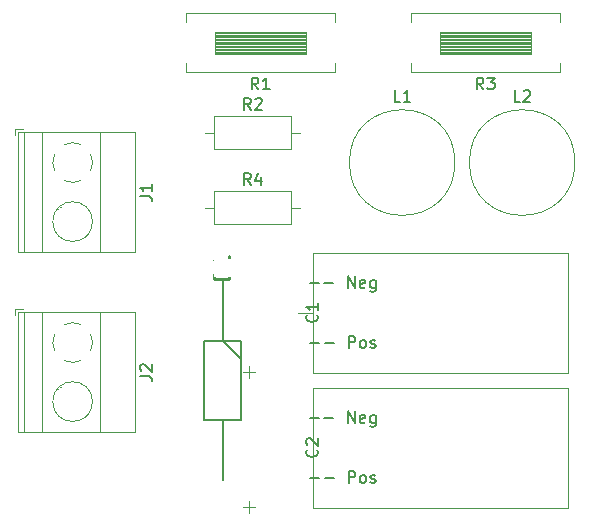
<source format=gto>
G04 #@! TF.GenerationSoftware,KiCad,Pcbnew,(5.1.9-0-10_14)*
G04 #@! TF.CreationDate,2021-05-14T14:16:07+02:00*
G04 #@! TF.ProjectId,PreAmp_SMPS_Filter,50726541-6d70-45f5-934d-50535f46696c,1.0*
G04 #@! TF.SameCoordinates,Original*
G04 #@! TF.FileFunction,Legend,Top*
G04 #@! TF.FilePolarity,Positive*
%FSLAX46Y46*%
G04 Gerber Fmt 4.6, Leading zero omitted, Abs format (unit mm)*
G04 Created by KiCad (PCBNEW (5.1.9-0-10_14)) date 2021-05-14 14:16:07*
%MOMM*%
%LPD*%
G01*
G04 APERTURE LIST*
%ADD10C,0.150000*%
%ADD11C,0.120000*%
%ADD12C,0.200000*%
%ADD13C,0.254000*%
%ADD14C,2.000000*%
%ADD15R,2.000000X2.000000*%
%ADD16C,6.400000*%
%ADD17C,0.800000*%
%ADD18C,2.600000*%
%ADD19R,2.600000X2.600000*%
%ADD20R,1.575000X1.575000*%
%ADD21C,1.575000*%
%ADD22C,3.000000*%
%ADD23O,3.000000X3.000000*%
%ADD24C,1.600000*%
%ADD25O,1.600000X1.600000*%
G04 APERTURE END LIST*
D10*
X83621904Y-64841428D02*
X84383809Y-64841428D01*
X84860000Y-64841428D02*
X85621904Y-64841428D01*
X86860000Y-65222380D02*
X86860000Y-64222380D01*
X87240952Y-64222380D01*
X87336190Y-64270000D01*
X87383809Y-64317619D01*
X87431428Y-64412857D01*
X87431428Y-64555714D01*
X87383809Y-64650952D01*
X87336190Y-64698571D01*
X87240952Y-64746190D01*
X86860000Y-64746190D01*
X88002857Y-65222380D02*
X87907619Y-65174761D01*
X87860000Y-65127142D01*
X87812380Y-65031904D01*
X87812380Y-64746190D01*
X87860000Y-64650952D01*
X87907619Y-64603333D01*
X88002857Y-64555714D01*
X88145714Y-64555714D01*
X88240952Y-64603333D01*
X88288571Y-64650952D01*
X88336190Y-64746190D01*
X88336190Y-65031904D01*
X88288571Y-65127142D01*
X88240952Y-65174761D01*
X88145714Y-65222380D01*
X88002857Y-65222380D01*
X88717142Y-65174761D02*
X88812380Y-65222380D01*
X89002857Y-65222380D01*
X89098095Y-65174761D01*
X89145714Y-65079523D01*
X89145714Y-65031904D01*
X89098095Y-64936666D01*
X89002857Y-64889047D01*
X88860000Y-64889047D01*
X88764761Y-64841428D01*
X88717142Y-64746190D01*
X88717142Y-64698571D01*
X88764761Y-64603333D01*
X88860000Y-64555714D01*
X89002857Y-64555714D01*
X89098095Y-64603333D01*
X83574285Y-59761428D02*
X84336190Y-59761428D01*
X84812380Y-59761428D02*
X85574285Y-59761428D01*
X86812380Y-60142380D02*
X86812380Y-59142380D01*
X87383809Y-60142380D01*
X87383809Y-59142380D01*
X88240952Y-60094761D02*
X88145714Y-60142380D01*
X87955238Y-60142380D01*
X87860000Y-60094761D01*
X87812380Y-59999523D01*
X87812380Y-59618571D01*
X87860000Y-59523333D01*
X87955238Y-59475714D01*
X88145714Y-59475714D01*
X88240952Y-59523333D01*
X88288571Y-59618571D01*
X88288571Y-59713809D01*
X87812380Y-59809047D01*
X89145714Y-59475714D02*
X89145714Y-60285238D01*
X89098095Y-60380476D01*
X89050476Y-60428095D01*
X88955238Y-60475714D01*
X88812380Y-60475714D01*
X88717142Y-60428095D01*
X89145714Y-60094761D02*
X89050476Y-60142380D01*
X88860000Y-60142380D01*
X88764761Y-60094761D01*
X88717142Y-60047142D01*
X88669523Y-59951904D01*
X88669523Y-59666190D01*
X88717142Y-59570952D01*
X88764761Y-59523333D01*
X88860000Y-59475714D01*
X89050476Y-59475714D01*
X89145714Y-59523333D01*
X83574285Y-71191428D02*
X84336190Y-71191428D01*
X84812380Y-71191428D02*
X85574285Y-71191428D01*
X86812380Y-71572380D02*
X86812380Y-70572380D01*
X87383809Y-71572380D01*
X87383809Y-70572380D01*
X88240952Y-71524761D02*
X88145714Y-71572380D01*
X87955238Y-71572380D01*
X87860000Y-71524761D01*
X87812380Y-71429523D01*
X87812380Y-71048571D01*
X87860000Y-70953333D01*
X87955238Y-70905714D01*
X88145714Y-70905714D01*
X88240952Y-70953333D01*
X88288571Y-71048571D01*
X88288571Y-71143809D01*
X87812380Y-71239047D01*
X89145714Y-70905714D02*
X89145714Y-71715238D01*
X89098095Y-71810476D01*
X89050476Y-71858095D01*
X88955238Y-71905714D01*
X88812380Y-71905714D01*
X88717142Y-71858095D01*
X89145714Y-71524761D02*
X89050476Y-71572380D01*
X88860000Y-71572380D01*
X88764761Y-71524761D01*
X88717142Y-71477142D01*
X88669523Y-71381904D01*
X88669523Y-71096190D01*
X88717142Y-71000952D01*
X88764761Y-70953333D01*
X88860000Y-70905714D01*
X89050476Y-70905714D01*
X89145714Y-70953333D01*
X83621904Y-76271428D02*
X84383809Y-76271428D01*
X84860000Y-76271428D02*
X85621904Y-76271428D01*
X86860000Y-76652380D02*
X86860000Y-75652380D01*
X87240952Y-75652380D01*
X87336190Y-75700000D01*
X87383809Y-75747619D01*
X87431428Y-75842857D01*
X87431428Y-75985714D01*
X87383809Y-76080952D01*
X87336190Y-76128571D01*
X87240952Y-76176190D01*
X86860000Y-76176190D01*
X88002857Y-76652380D02*
X87907619Y-76604761D01*
X87860000Y-76557142D01*
X87812380Y-76461904D01*
X87812380Y-76176190D01*
X87860000Y-76080952D01*
X87907619Y-76033333D01*
X88002857Y-75985714D01*
X88145714Y-75985714D01*
X88240952Y-76033333D01*
X88288571Y-76080952D01*
X88336190Y-76176190D01*
X88336190Y-76461904D01*
X88288571Y-76557142D01*
X88240952Y-76604761D01*
X88145714Y-76652380D01*
X88002857Y-76652380D01*
X88717142Y-76604761D02*
X88812380Y-76652380D01*
X89002857Y-76652380D01*
X89098095Y-76604761D01*
X89145714Y-76509523D01*
X89145714Y-76461904D01*
X89098095Y-76366666D01*
X89002857Y-76319047D01*
X88860000Y-76319047D01*
X88764761Y-76271428D01*
X88717142Y-76176190D01*
X88717142Y-76128571D01*
X88764761Y-76033333D01*
X88860000Y-75985714D01*
X89002857Y-75985714D01*
X89098095Y-76033333D01*
D11*
X83820000Y-57150000D02*
X83820000Y-67310000D01*
X105410000Y-57150000D02*
X83820000Y-57150000D01*
X105410000Y-67310000D02*
X105410000Y-57150000D01*
X83820000Y-67310000D02*
X105410000Y-67310000D01*
X105410000Y-68580000D02*
X83820000Y-68580000D01*
X105410000Y-78740000D02*
X105410000Y-68580000D01*
X83820000Y-78740000D02*
X105410000Y-78740000D01*
X83820000Y-68580000D02*
X83820000Y-78740000D01*
X82550000Y-62230000D02*
X83820000Y-62230000D01*
X78405000Y-79179646D02*
X78405000Y-78179646D01*
X77905000Y-78679646D02*
X78905000Y-78679646D01*
X78405000Y-67749646D02*
X78405000Y-66749646D01*
X77905000Y-67249646D02*
X78905000Y-67249646D01*
X106030000Y-49530000D02*
G75*
G03*
X106030000Y-49530000I-4470000J0D01*
G01*
X58600000Y-46730000D02*
X58600000Y-47230000D01*
X59340000Y-46730000D02*
X58600000Y-46730000D01*
X62477000Y-53303000D02*
X62431000Y-53256000D01*
X64775000Y-55600000D02*
X64739000Y-55565000D01*
X62261000Y-53496000D02*
X62226000Y-53461000D01*
X64569000Y-55805000D02*
X64523000Y-55758000D01*
X68761000Y-57090000D02*
X58840000Y-57090000D01*
X68761000Y-46970000D02*
X58840000Y-46970000D01*
X58840000Y-46970000D02*
X58840000Y-57090000D01*
X68761000Y-46970000D02*
X68761000Y-57090000D01*
X65801000Y-46970000D02*
X65801000Y-57090000D01*
X60900000Y-46970000D02*
X60900000Y-57090000D01*
X59400000Y-46970000D02*
X59400000Y-57090000D01*
X65180000Y-54530000D02*
G75*
G03*
X65180000Y-54530000I-1680000J0D01*
G01*
X61965244Y-50213318D02*
G75*
G02*
X61820000Y-49530000I1534756J683318D01*
G01*
X64183042Y-51065426D02*
G75*
G02*
X62816000Y-51065000I-683042J1535426D01*
G01*
X65035426Y-48846958D02*
G75*
G02*
X65035000Y-50214000I-1535426J-683042D01*
G01*
X62816958Y-47994574D02*
G75*
G02*
X64184000Y-47995000I683042J-1535426D01*
G01*
X61819747Y-49558805D02*
G75*
G02*
X61965000Y-48846000I1680253J28805D01*
G01*
D12*
X77750000Y-64620000D02*
X77750000Y-71320000D01*
X77750000Y-71320000D02*
X74650000Y-71320000D01*
X74650000Y-71320000D02*
X74650000Y-64620000D01*
X74650000Y-64620000D02*
X77750000Y-64620000D01*
X76200000Y-64620000D02*
X77750000Y-66170000D01*
X76200000Y-59558000D02*
X76200000Y-64620000D01*
X76200000Y-71320000D02*
X76200000Y-76382000D01*
D11*
X65180000Y-69770000D02*
G75*
G03*
X65180000Y-69770000I-1680000J0D01*
G01*
X59400000Y-62210000D02*
X59400000Y-72330000D01*
X60900000Y-62210000D02*
X60900000Y-72330000D01*
X65801000Y-62210000D02*
X65801000Y-72330000D01*
X68761000Y-62210000D02*
X68761000Y-72330000D01*
X58840000Y-62210000D02*
X58840000Y-72330000D01*
X68761000Y-62210000D02*
X58840000Y-62210000D01*
X68761000Y-72330000D02*
X58840000Y-72330000D01*
X64569000Y-71045000D02*
X64523000Y-70998000D01*
X62261000Y-68736000D02*
X62226000Y-68701000D01*
X64775000Y-70840000D02*
X64739000Y-70805000D01*
X62477000Y-68543000D02*
X62431000Y-68496000D01*
X59340000Y-61970000D02*
X58600000Y-61970000D01*
X58600000Y-61970000D02*
X58600000Y-62470000D01*
X61819747Y-64798805D02*
G75*
G02*
X61965000Y-64086000I1680253J28805D01*
G01*
X62816958Y-63234574D02*
G75*
G02*
X64184000Y-63235000I683042J-1535426D01*
G01*
X65035426Y-64086958D02*
G75*
G02*
X65035000Y-65454000I-1535426J-683042D01*
G01*
X64183042Y-66305426D02*
G75*
G02*
X62816000Y-66305000I-683042J1535426D01*
G01*
X61965244Y-65453318D02*
G75*
G02*
X61820000Y-64770000I1534756J683318D01*
G01*
X95870000Y-49530000D02*
G75*
G03*
X95870000Y-49530000I-4470000J0D01*
G01*
X75550000Y-40370000D02*
X75550000Y-38450000D01*
X83230000Y-40370000D02*
X83230000Y-38450000D01*
X83230000Y-38450000D02*
X75550000Y-38450000D01*
X83230000Y-38570000D02*
X75550000Y-38570000D01*
X83230000Y-38690000D02*
X75550000Y-38690000D01*
X83230000Y-38810000D02*
X75550000Y-38810000D01*
X83230000Y-38930000D02*
X75550000Y-38930000D01*
X83230000Y-39050000D02*
X75550000Y-39050000D01*
X83230000Y-39170000D02*
X75550000Y-39170000D01*
X83230000Y-39290000D02*
X75550000Y-39290000D01*
X83230000Y-39410000D02*
X75550000Y-39410000D01*
X83230000Y-39530000D02*
X75550000Y-39530000D01*
X83230000Y-39650000D02*
X75550000Y-39650000D01*
X83230000Y-39770000D02*
X75550000Y-39770000D01*
X83230000Y-39890000D02*
X75550000Y-39890000D01*
X83230000Y-40010000D02*
X75550000Y-40010000D01*
X83230000Y-40130000D02*
X75550000Y-40130000D01*
X83230000Y-40250000D02*
X75550000Y-40250000D01*
X83230000Y-40370000D02*
X75550000Y-40370000D01*
X73070000Y-36850000D02*
X73070000Y-37630000D01*
X85710000Y-36850000D02*
X73070000Y-36850000D01*
X85710000Y-37630000D02*
X85710000Y-36850000D01*
X73070000Y-41890000D02*
X73070000Y-41110000D01*
X85710000Y-41890000D02*
X73070000Y-41890000D01*
X85710000Y-41110000D02*
X85710000Y-41890000D01*
X82780000Y-46990000D02*
X82010000Y-46990000D01*
X74700000Y-46990000D02*
X75470000Y-46990000D01*
X82010000Y-45620000D02*
X75470000Y-45620000D01*
X82010000Y-48360000D02*
X82010000Y-45620000D01*
X75470000Y-48360000D02*
X82010000Y-48360000D01*
X75470000Y-45620000D02*
X75470000Y-48360000D01*
X104760000Y-41110000D02*
X104760000Y-41890000D01*
X104760000Y-41890000D02*
X92120000Y-41890000D01*
X92120000Y-41890000D02*
X92120000Y-41110000D01*
X104760000Y-37630000D02*
X104760000Y-36850000D01*
X104760000Y-36850000D02*
X92120000Y-36850000D01*
X92120000Y-36850000D02*
X92120000Y-37630000D01*
X102280000Y-40370000D02*
X94600000Y-40370000D01*
X102280000Y-40250000D02*
X94600000Y-40250000D01*
X102280000Y-40130000D02*
X94600000Y-40130000D01*
X102280000Y-40010000D02*
X94600000Y-40010000D01*
X102280000Y-39890000D02*
X94600000Y-39890000D01*
X102280000Y-39770000D02*
X94600000Y-39770000D01*
X102280000Y-39650000D02*
X94600000Y-39650000D01*
X102280000Y-39530000D02*
X94600000Y-39530000D01*
X102280000Y-39410000D02*
X94600000Y-39410000D01*
X102280000Y-39290000D02*
X94600000Y-39290000D01*
X102280000Y-39170000D02*
X94600000Y-39170000D01*
X102280000Y-39050000D02*
X94600000Y-39050000D01*
X102280000Y-38930000D02*
X94600000Y-38930000D01*
X102280000Y-38810000D02*
X94600000Y-38810000D01*
X102280000Y-38690000D02*
X94600000Y-38690000D01*
X102280000Y-38570000D02*
X94600000Y-38570000D01*
X102280000Y-38450000D02*
X94600000Y-38450000D01*
X102280000Y-40370000D02*
X102280000Y-38450000D01*
X94600000Y-40370000D02*
X94600000Y-38450000D01*
X75470000Y-51970000D02*
X75470000Y-54710000D01*
X75470000Y-54710000D02*
X82010000Y-54710000D01*
X82010000Y-54710000D02*
X82010000Y-51970000D01*
X82010000Y-51970000D02*
X75470000Y-51970000D01*
X74700000Y-53340000D02*
X75470000Y-53340000D01*
X82780000Y-53340000D02*
X82010000Y-53340000D01*
D10*
X84177142Y-73826666D02*
X84224761Y-73874285D01*
X84272380Y-74017142D01*
X84272380Y-74112380D01*
X84224761Y-74255238D01*
X84129523Y-74350476D01*
X84034285Y-74398095D01*
X83843809Y-74445714D01*
X83700952Y-74445714D01*
X83510476Y-74398095D01*
X83415238Y-74350476D01*
X83320000Y-74255238D01*
X83272380Y-74112380D01*
X83272380Y-74017142D01*
X83320000Y-73874285D01*
X83367619Y-73826666D01*
X83367619Y-73445714D02*
X83320000Y-73398095D01*
X83272380Y-73302857D01*
X83272380Y-73064761D01*
X83320000Y-72969523D01*
X83367619Y-72921904D01*
X83462857Y-72874285D01*
X83558095Y-72874285D01*
X83700952Y-72921904D01*
X84272380Y-73493333D01*
X84272380Y-72874285D01*
X84177142Y-62396666D02*
X84224761Y-62444285D01*
X84272380Y-62587142D01*
X84272380Y-62682380D01*
X84224761Y-62825238D01*
X84129523Y-62920476D01*
X84034285Y-62968095D01*
X83843809Y-63015714D01*
X83700952Y-63015714D01*
X83510476Y-62968095D01*
X83415238Y-62920476D01*
X83320000Y-62825238D01*
X83272380Y-62682380D01*
X83272380Y-62587142D01*
X83320000Y-62444285D01*
X83367619Y-62396666D01*
X84272380Y-61444285D02*
X84272380Y-62015714D01*
X84272380Y-61730000D02*
X83272380Y-61730000D01*
X83415238Y-61825238D01*
X83510476Y-61920476D01*
X83558095Y-62015714D01*
X101393333Y-44382380D02*
X100917142Y-44382380D01*
X100917142Y-43382380D01*
X101679047Y-43477619D02*
X101726666Y-43430000D01*
X101821904Y-43382380D01*
X102060000Y-43382380D01*
X102155238Y-43430000D01*
X102202857Y-43477619D01*
X102250476Y-43572857D01*
X102250476Y-43668095D01*
X102202857Y-43810952D01*
X101631428Y-44382380D01*
X102250476Y-44382380D01*
X69212380Y-52363333D02*
X69926666Y-52363333D01*
X70069523Y-52410952D01*
X70164761Y-52506190D01*
X70212380Y-52649047D01*
X70212380Y-52744285D01*
X70212380Y-51363333D02*
X70212380Y-51934761D01*
X70212380Y-51649047D02*
X69212380Y-51649047D01*
X69355238Y-51744285D01*
X69450476Y-51839523D01*
X69498095Y-51934761D01*
D13*
X76774523Y-59357380D02*
X75504523Y-59357380D01*
X75504523Y-59055000D01*
X75565000Y-58873571D01*
X75685952Y-58752619D01*
X75806904Y-58692142D01*
X76048809Y-58631666D01*
X76230238Y-58631666D01*
X76472142Y-58692142D01*
X76593095Y-58752619D01*
X76714047Y-58873571D01*
X76774523Y-59055000D01*
X76774523Y-59357380D01*
X76774523Y-57422142D02*
X76774523Y-58147857D01*
X76774523Y-57785000D02*
X75504523Y-57785000D01*
X75685952Y-57905952D01*
X75806904Y-58026904D01*
X75867380Y-58147857D01*
D10*
X69212380Y-67603333D02*
X69926666Y-67603333D01*
X70069523Y-67650952D01*
X70164761Y-67746190D01*
X70212380Y-67889047D01*
X70212380Y-67984285D01*
X69307619Y-67174761D02*
X69260000Y-67127142D01*
X69212380Y-67031904D01*
X69212380Y-66793809D01*
X69260000Y-66698571D01*
X69307619Y-66650952D01*
X69402857Y-66603333D01*
X69498095Y-66603333D01*
X69640952Y-66650952D01*
X70212380Y-67222380D01*
X70212380Y-66603333D01*
X91233333Y-44382380D02*
X90757142Y-44382380D01*
X90757142Y-43382380D01*
X92090476Y-44382380D02*
X91519047Y-44382380D01*
X91804761Y-44382380D02*
X91804761Y-43382380D01*
X91709523Y-43525238D01*
X91614285Y-43620476D01*
X91519047Y-43668095D01*
X79223333Y-43342380D02*
X78890000Y-42866190D01*
X78651904Y-43342380D02*
X78651904Y-42342380D01*
X79032857Y-42342380D01*
X79128095Y-42390000D01*
X79175714Y-42437619D01*
X79223333Y-42532857D01*
X79223333Y-42675714D01*
X79175714Y-42770952D01*
X79128095Y-42818571D01*
X79032857Y-42866190D01*
X78651904Y-42866190D01*
X80175714Y-43342380D02*
X79604285Y-43342380D01*
X79890000Y-43342380D02*
X79890000Y-42342380D01*
X79794761Y-42485238D01*
X79699523Y-42580476D01*
X79604285Y-42628095D01*
X78573333Y-45072380D02*
X78240000Y-44596190D01*
X78001904Y-45072380D02*
X78001904Y-44072380D01*
X78382857Y-44072380D01*
X78478095Y-44120000D01*
X78525714Y-44167619D01*
X78573333Y-44262857D01*
X78573333Y-44405714D01*
X78525714Y-44500952D01*
X78478095Y-44548571D01*
X78382857Y-44596190D01*
X78001904Y-44596190D01*
X78954285Y-44167619D02*
X79001904Y-44120000D01*
X79097142Y-44072380D01*
X79335238Y-44072380D01*
X79430476Y-44120000D01*
X79478095Y-44167619D01*
X79525714Y-44262857D01*
X79525714Y-44358095D01*
X79478095Y-44500952D01*
X78906666Y-45072380D01*
X79525714Y-45072380D01*
X98273333Y-43342380D02*
X97940000Y-42866190D01*
X97701904Y-43342380D02*
X97701904Y-42342380D01*
X98082857Y-42342380D01*
X98178095Y-42390000D01*
X98225714Y-42437619D01*
X98273333Y-42532857D01*
X98273333Y-42675714D01*
X98225714Y-42770952D01*
X98178095Y-42818571D01*
X98082857Y-42866190D01*
X97701904Y-42866190D01*
X98606666Y-42342380D02*
X99225714Y-42342380D01*
X98892380Y-42723333D01*
X99035238Y-42723333D01*
X99130476Y-42770952D01*
X99178095Y-42818571D01*
X99225714Y-42913809D01*
X99225714Y-43151904D01*
X99178095Y-43247142D01*
X99130476Y-43294761D01*
X99035238Y-43342380D01*
X98749523Y-43342380D01*
X98654285Y-43294761D01*
X98606666Y-43247142D01*
X78573333Y-51422380D02*
X78240000Y-50946190D01*
X78001904Y-51422380D02*
X78001904Y-50422380D01*
X78382857Y-50422380D01*
X78478095Y-50470000D01*
X78525714Y-50517619D01*
X78573333Y-50612857D01*
X78573333Y-50755714D01*
X78525714Y-50850952D01*
X78478095Y-50898571D01*
X78382857Y-50946190D01*
X78001904Y-50946190D01*
X79430476Y-50755714D02*
X79430476Y-51422380D01*
X79192380Y-50374761D02*
X78954285Y-51089047D01*
X79573333Y-51089047D01*
%LPC*%
D14*
X81280000Y-71200000D03*
D15*
X81280000Y-76200000D03*
D14*
X81280000Y-59770000D03*
D15*
X81280000Y-64770000D03*
D16*
X110490000Y-38100000D03*
D17*
X112890000Y-38100000D03*
X112187056Y-39797056D03*
X110490000Y-40500000D03*
X108792944Y-39797056D03*
X108090000Y-38100000D03*
X108792944Y-36402944D03*
X110490000Y-35700000D03*
X112187056Y-36402944D03*
D16*
X58420000Y-38100000D03*
D17*
X60820000Y-38100000D03*
X60117056Y-39797056D03*
X58420000Y-40500000D03*
X56722944Y-39797056D03*
X56020000Y-38100000D03*
X56722944Y-36402944D03*
X58420000Y-35700000D03*
X60117056Y-36402944D03*
D16*
X58420000Y-78740000D03*
D17*
X60820000Y-78740000D03*
X60117056Y-80437056D03*
X58420000Y-81140000D03*
X56722944Y-80437056D03*
X56020000Y-78740000D03*
X56722944Y-77042944D03*
X58420000Y-76340000D03*
X60117056Y-77042944D03*
X112187056Y-77042944D03*
X110490000Y-76340000D03*
X108792944Y-77042944D03*
X108090000Y-78740000D03*
X108792944Y-80437056D03*
X110490000Y-81140000D03*
X112187056Y-80437056D03*
X112890000Y-78740000D03*
D16*
X110490000Y-78740000D03*
D18*
X104060000Y-49530000D03*
X99060000Y-49530000D03*
D19*
X63500000Y-49530000D03*
D18*
X63500000Y-54530000D03*
D20*
X76200000Y-58420000D03*
D21*
X76200000Y-77520000D03*
D18*
X63500000Y-69770000D03*
D19*
X63500000Y-64770000D03*
D18*
X88900000Y-49530000D03*
X93900000Y-49530000D03*
D22*
X85090000Y-39370000D03*
D23*
X73690000Y-39370000D03*
D24*
X73660000Y-46990000D03*
D25*
X83820000Y-46990000D03*
D23*
X92740000Y-39370000D03*
D22*
X104140000Y-39370000D03*
D25*
X83820000Y-53340000D03*
D24*
X73660000Y-53340000D03*
M02*

</source>
